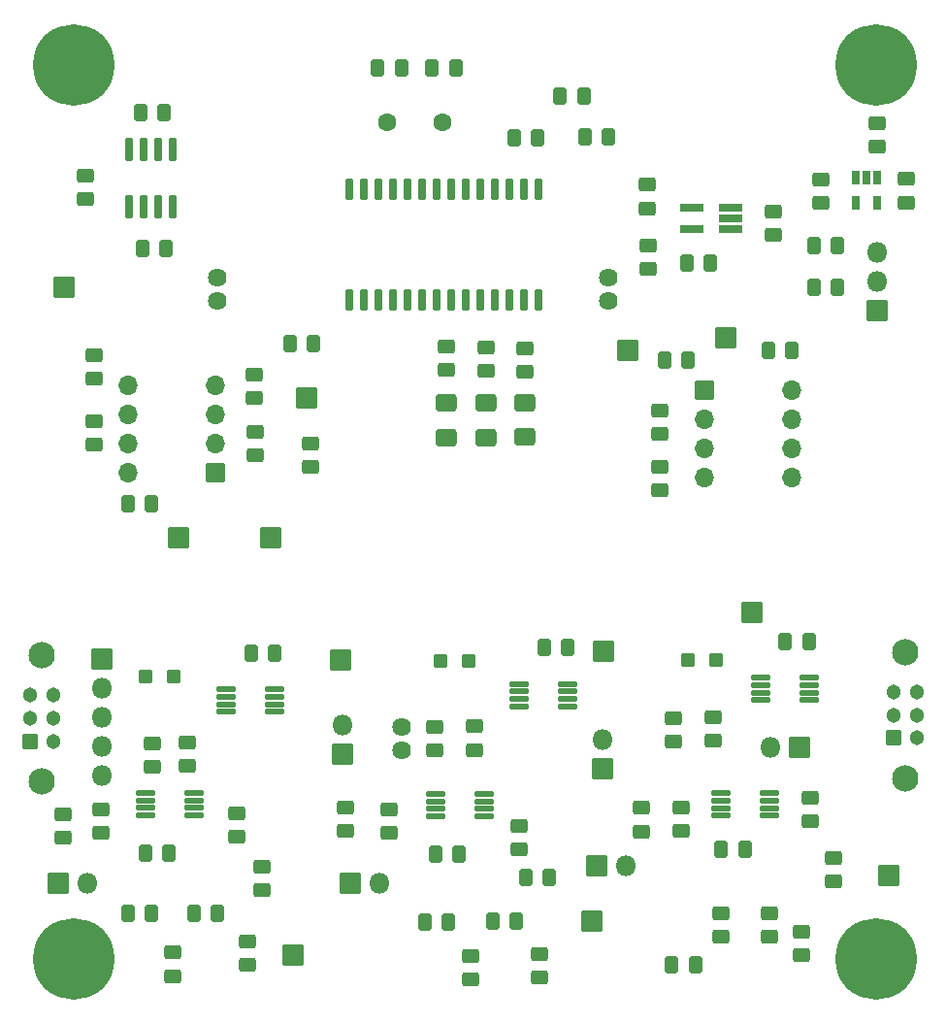
<source format=gts>
G04 #@! TF.GenerationSoftware,KiCad,Pcbnew,6.0.0*
G04 #@! TF.CreationDate,2022-02-03T14:52:20-05:00*
G04 #@! TF.ProjectId,mama_board,6d616d61-5f62-46f6-9172-642e6b696361,rev?*
G04 #@! TF.SameCoordinates,Original*
G04 #@! TF.FileFunction,Soldermask,Top*
G04 #@! TF.FilePolarity,Negative*
%FSLAX46Y46*%
G04 Gerber Fmt 4.6, Leading zero omitted, Abs format (unit mm)*
G04 Created by KiCad (PCBNEW 6.0.0) date 2022-02-03 14:52:20*
%MOMM*%
%LPD*%
G01*
G04 APERTURE LIST*
G04 Aperture macros list*
%AMRoundRect*
0 Rectangle with rounded corners*
0 $1 Rounding radius*
0 $2 $3 $4 $5 $6 $7 $8 $9 X,Y pos of 4 corners*
0 Add a 4 corners polygon primitive as box body*
4,1,4,$2,$3,$4,$5,$6,$7,$8,$9,$2,$3,0*
0 Add four circle primitives for the rounded corners*
1,1,$1+$1,$2,$3*
1,1,$1+$1,$4,$5*
1,1,$1+$1,$6,$7*
1,1,$1+$1,$8,$9*
0 Add four rect primitives between the rounded corners*
20,1,$1+$1,$2,$3,$4,$5,0*
20,1,$1+$1,$4,$5,$6,$7,0*
20,1,$1+$1,$6,$7,$8,$9,0*
20,1,$1+$1,$8,$9,$2,$3,0*%
G04 Aperture macros list end*
%ADD10C,1.625600*%
%ADD11O,1.701600X1.701600*%
%ADD12RoundRect,0.050800X0.800000X0.800000X-0.800000X0.800000X-0.800000X-0.800000X0.800000X-0.800000X0*%
%ADD13RoundRect,0.300799X0.325001X0.450001X-0.325001X0.450001X-0.325001X-0.450001X0.325001X-0.450001X0*%
%ADD14RoundRect,0.300799X-0.325001X-0.450001X0.325001X-0.450001X0.325001X0.450001X-0.325001X0.450001X0*%
%ADD15RoundRect,0.300799X0.450001X-0.325001X0.450001X0.325001X-0.450001X0.325001X-0.450001X-0.325001X0*%
%ADD16C,7.101600*%
%ADD17RoundRect,0.200800X-0.150000X0.750000X-0.150000X-0.750000X0.150000X-0.750000X0.150000X0.750000X0*%
%ADD18RoundRect,0.150800X-0.712500X-0.100000X0.712500X-0.100000X0.712500X0.100000X-0.712500X0.100000X0*%
%ADD19RoundRect,0.050800X-0.850000X-0.850000X0.850000X-0.850000X0.850000X0.850000X-0.850000X0.850000X0*%
%ADD20RoundRect,0.300799X-0.450001X0.325001X-0.450001X-0.325001X0.450001X-0.325001X0.450001X0.325001X0*%
%ADD21O,1.801600X1.801600*%
%ADD22RoundRect,0.050800X0.850000X-0.850000X0.850000X0.850000X-0.850000X0.850000X-0.850000X-0.850000X0*%
%ADD23RoundRect,0.050800X0.850000X0.850000X-0.850000X0.850000X-0.850000X-0.850000X0.850000X-0.850000X0*%
%ADD24RoundRect,0.050800X-0.500000X-0.500000X0.500000X-0.500000X0.500000X0.500000X-0.500000X0.500000X0*%
%ADD25C,1.601600*%
%ADD26RoundRect,0.050800X-0.800000X-0.800000X0.800000X-0.800000X0.800000X0.800000X-0.800000X0.800000X0*%
%ADD27RoundRect,0.200800X-0.150000X0.825000X-0.150000X-0.825000X0.150000X-0.825000X0.150000X0.825000X0*%
%ADD28RoundRect,0.050800X1.000000X0.325000X-1.000000X0.325000X-1.000000X-0.325000X1.000000X-0.325000X0*%
%ADD29RoundRect,0.050800X-0.325000X0.530000X-0.325000X-0.530000X0.325000X-0.530000X0.325000X0.530000X0*%
%ADD30RoundRect,0.050800X-0.850000X0.850000X-0.850000X-0.850000X0.850000X-0.850000X0.850000X0.850000X0*%
%ADD31C,1.301600*%
%ADD32RoundRect,0.050800X0.600000X-0.600000X0.600000X0.600000X-0.600000X0.600000X-0.600000X-0.600000X0*%
%ADD33C,2.301600*%
%ADD34RoundRect,0.300800X0.625000X-0.462500X0.625000X0.462500X-0.625000X0.462500X-0.625000X-0.462500X0*%
G04 APERTURE END LIST*
D10*
X141600000Y-127800000D03*
X141600000Y-129800000D03*
D11*
X117780000Y-105600000D03*
X125400000Y-97980000D03*
X117780000Y-103060000D03*
X125400000Y-100520000D03*
X117780000Y-100520000D03*
X125400000Y-103060000D03*
X117780000Y-97980000D03*
D12*
X125400000Y-105600000D03*
D13*
X133925000Y-94300000D03*
X131875000Y-94300000D03*
D14*
X164575000Y-95800000D03*
X166625000Y-95800000D03*
D15*
X133675000Y-105075000D03*
X133675000Y-103025000D03*
D16*
X183000000Y-70000000D03*
X113000000Y-70000000D03*
X113000000Y-148000000D03*
X183000000Y-148000000D03*
D17*
X153531200Y-90495600D03*
X152261200Y-90495600D03*
X150991200Y-90495600D03*
X149721200Y-90495600D03*
X148451200Y-90495600D03*
X147181200Y-90495600D03*
X145911200Y-90495600D03*
X144641200Y-90495600D03*
X143371200Y-90495600D03*
X142101200Y-90495600D03*
X140831200Y-90495600D03*
X139561200Y-90495600D03*
X138291200Y-90495600D03*
X137021200Y-90495600D03*
X137021200Y-80895600D03*
X138291200Y-80895600D03*
X139561200Y-80895600D03*
X140831200Y-80895600D03*
X142101200Y-80895600D03*
X143371200Y-80895600D03*
X144641200Y-80895600D03*
X145911200Y-80895600D03*
X147181200Y-80895600D03*
X148451200Y-80895600D03*
X149721200Y-80895600D03*
X150991200Y-80895600D03*
X152261200Y-80895600D03*
X153531200Y-80895600D03*
D10*
X159700000Y-88600000D03*
X159700000Y-90600000D03*
X125500000Y-88600000D03*
X125500000Y-90600000D03*
D18*
X177191540Y-123478260D03*
X177191540Y-124128260D03*
X177191540Y-124778260D03*
X177191540Y-125428260D03*
X172966540Y-125428260D03*
X172966540Y-124778260D03*
X172966540Y-124128260D03*
X172966540Y-123478260D03*
X173725000Y-133550000D03*
X173725000Y-134200000D03*
X173725000Y-134850000D03*
X173725000Y-135500000D03*
X169500000Y-135500000D03*
X169500000Y-134850000D03*
X169500000Y-134200000D03*
X169500000Y-133550000D03*
D19*
X172148500Y-117792500D03*
X158250000Y-144725000D03*
D20*
X168809040Y-128978260D03*
X168809040Y-126928260D03*
X177275620Y-136018220D03*
X177275620Y-133968220D03*
X179324000Y-141233000D03*
X179324000Y-139183000D03*
D15*
X169500000Y-144009000D03*
X169500000Y-146059000D03*
D20*
X162508000Y-136883000D03*
X162508000Y-134833000D03*
D13*
X123475000Y-144000000D03*
X125525000Y-144000000D03*
D21*
X161190000Y-139850000D03*
D22*
X158650000Y-139850000D03*
D21*
X136450000Y-127610000D03*
D23*
X136450000Y-130150000D03*
D24*
X169079040Y-121953260D03*
X166579040Y-121953260D03*
D15*
X153625000Y-147600000D03*
X153625000Y-149650000D03*
D20*
X140500000Y-137008000D03*
X140500000Y-134958000D03*
D13*
X130556000Y-121350000D03*
X128506000Y-121350000D03*
D20*
X119877744Y-131219399D03*
X119877744Y-129169399D03*
D13*
X119272873Y-138806839D03*
X121322873Y-138806839D03*
X117725000Y-144000000D03*
X119775000Y-144000000D03*
D25*
X140340000Y-75000000D03*
X145220000Y-75000000D03*
D11*
X175645000Y-98350000D03*
X168025000Y-105970000D03*
X175645000Y-100890000D03*
X168025000Y-103430000D03*
X175645000Y-103430000D03*
X168025000Y-100890000D03*
X175645000Y-105970000D03*
D26*
X168025000Y-98350000D03*
D27*
X121660000Y-82350000D03*
X120390000Y-82350000D03*
X119120000Y-82350000D03*
X117850000Y-82350000D03*
X117850000Y-77400000D03*
X119120000Y-77400000D03*
X120390000Y-77400000D03*
X121660000Y-77400000D03*
D18*
X156112500Y-124025000D03*
X156112500Y-124675000D03*
X156112500Y-125325000D03*
X156112500Y-125975000D03*
X151887500Y-125975000D03*
X151887500Y-125325000D03*
X151887500Y-124675000D03*
X151887500Y-124025000D03*
X148812500Y-133625000D03*
X148812500Y-134275000D03*
X148812500Y-134925000D03*
X148812500Y-135575000D03*
X144587500Y-135575000D03*
X144587500Y-134925000D03*
X144587500Y-134275000D03*
X144587500Y-133625000D03*
X126275000Y-124500000D03*
X126275000Y-125150000D03*
X126275000Y-125800000D03*
X126275000Y-126450000D03*
X130500000Y-126450000D03*
X130500000Y-125800000D03*
X130500000Y-125150000D03*
X130500000Y-124500000D03*
D28*
X166927040Y-84353480D03*
X166927040Y-82453480D03*
X170347040Y-82453480D03*
X170347040Y-83403480D03*
X170347040Y-84353480D03*
D29*
X183114840Y-82064280D03*
X181214840Y-82064280D03*
X181214840Y-79864280D03*
X182164840Y-79864280D03*
X183114840Y-79864280D03*
D18*
X119300000Y-133525000D03*
X119300000Y-134175000D03*
X119300000Y-134825000D03*
X119300000Y-135475000D03*
X123525000Y-135475000D03*
X123525000Y-134825000D03*
X123525000Y-134175000D03*
X123525000Y-133525000D03*
D19*
X161350000Y-94925000D03*
D23*
X133350000Y-99060000D03*
X130223260Y-111295180D03*
D19*
X169935000Y-93845000D03*
D23*
X112141000Y-89408000D03*
X122190000Y-111290000D03*
D19*
X184150000Y-140716000D03*
X159258000Y-121137680D03*
X136250000Y-121950000D03*
X132100000Y-147650000D03*
D20*
X164112500Y-107092100D03*
X164112500Y-105042100D03*
X164137900Y-102219000D03*
X164137900Y-100169000D03*
D15*
X114779200Y-95359900D03*
X114779200Y-97409900D03*
X114779200Y-101125000D03*
X114779200Y-103175000D03*
X128794500Y-97011900D03*
X128794500Y-99061900D03*
X128819900Y-102041100D03*
X128819900Y-104091100D03*
D20*
X173713140Y-146094560D03*
X173713140Y-144044560D03*
X148000000Y-129762000D03*
X148000000Y-127712000D03*
X151892000Y-138439000D03*
X151892000Y-136389000D03*
D14*
X154500000Y-140900000D03*
X152450000Y-140900000D03*
D13*
X149600000Y-144725000D03*
X151650000Y-144725000D03*
D20*
X147625000Y-149800000D03*
X147625000Y-147750000D03*
X136754000Y-136833000D03*
X136754000Y-134783000D03*
X122950000Y-129100000D03*
X122950000Y-131150000D03*
X127200000Y-135275000D03*
X127200000Y-137325000D03*
X129400000Y-139925000D03*
X129400000Y-141975000D03*
D13*
X155460000Y-72697000D03*
X157510000Y-72697000D03*
D20*
X145477800Y-96612600D03*
X145477800Y-94562600D03*
D15*
X163084840Y-80469280D03*
X163084840Y-82519280D03*
X163124840Y-85779280D03*
X163124840Y-87829280D03*
D13*
X157598000Y-76327000D03*
X159648000Y-76327000D03*
D20*
X152412000Y-96815800D03*
X152412000Y-94765800D03*
X148957600Y-96714200D03*
X148957600Y-94664200D03*
X121650000Y-147450000D03*
X121650000Y-149500000D03*
X112100000Y-135373000D03*
X112100000Y-137423000D03*
D21*
X173810000Y-129560000D03*
D30*
X176350000Y-129560000D03*
D23*
X159176720Y-131434840D03*
D21*
X159176720Y-128894840D03*
X139690000Y-141400000D03*
D22*
X137150000Y-141400000D03*
X111650000Y-141400000D03*
D21*
X114190000Y-141400000D03*
D31*
X109190500Y-127000000D03*
D32*
X109190500Y-129000000D03*
D31*
X109190500Y-125000000D03*
X111190500Y-125000000D03*
X111190500Y-127000000D03*
X111190500Y-129000000D03*
D33*
X110190500Y-121500000D03*
X110190500Y-132500000D03*
D21*
X183124840Y-86374280D03*
X183124840Y-88914280D03*
D23*
X183124840Y-91454280D03*
D31*
X184556400Y-126727200D03*
D32*
X184556400Y-128727200D03*
D31*
X184556400Y-124727200D03*
X186556400Y-124727200D03*
X186556400Y-126727200D03*
X186556400Y-128727200D03*
D33*
X185556400Y-121227200D03*
X185556400Y-132227200D03*
D23*
X115500000Y-121860000D03*
D21*
X115500000Y-124400000D03*
X115500000Y-126940000D03*
X115500000Y-129480000D03*
X115500000Y-132020000D03*
D14*
X179674840Y-85748980D03*
X177624840Y-85748980D03*
X179649840Y-89457380D03*
X177599840Y-89457380D03*
D34*
X145477800Y-99533600D03*
X145477800Y-102508600D03*
X152412000Y-99508200D03*
X152412000Y-102483200D03*
X148957600Y-99533600D03*
X148957600Y-102508600D03*
D24*
X147500000Y-122000000D03*
X145000000Y-122000000D03*
X119250000Y-123350000D03*
X121750000Y-123350000D03*
D13*
X173636820Y-94959680D03*
X175686820Y-94959680D03*
D14*
X119800000Y-108280000D03*
X117750000Y-108280000D03*
D13*
X175107040Y-120357260D03*
X177157040Y-120357260D03*
D20*
X165309040Y-129053260D03*
X165309040Y-127003260D03*
D13*
X169519182Y-138437678D03*
X171569182Y-138437678D03*
D15*
X176481540Y-145621900D03*
X176481540Y-147671900D03*
D13*
X165195593Y-148498235D03*
X167245593Y-148498235D03*
D20*
X166008000Y-136858000D03*
X166008000Y-134808000D03*
D13*
X154053320Y-120802400D03*
X156103320Y-120802400D03*
D20*
X144500000Y-129787000D03*
X144500000Y-127737000D03*
D13*
X144593418Y-138858501D03*
X146643418Y-138858501D03*
X145675000Y-144750000D03*
X143625000Y-144750000D03*
D14*
X120913000Y-74168000D03*
X118863000Y-74168000D03*
X121075560Y-86012020D03*
X119025560Y-86012020D03*
D15*
X128150000Y-148550000D03*
X128150000Y-146500000D03*
X114006800Y-79671000D03*
X114006800Y-81721000D03*
D13*
X139548000Y-70242000D03*
X141598000Y-70242000D03*
D14*
X146324000Y-70267200D03*
X144274000Y-70267200D03*
D20*
X115350000Y-134975000D03*
X115350000Y-137025000D03*
D14*
X168543640Y-87279280D03*
X166493640Y-87279280D03*
D15*
X185614840Y-79959280D03*
X185614840Y-82009280D03*
X178239840Y-79989280D03*
X178239840Y-82039280D03*
D13*
X151460000Y-76339600D03*
X153510000Y-76339600D03*
D15*
X183074840Y-75099280D03*
X183074840Y-77149280D03*
X174055440Y-82819280D03*
X174055440Y-84869280D03*
M02*

</source>
